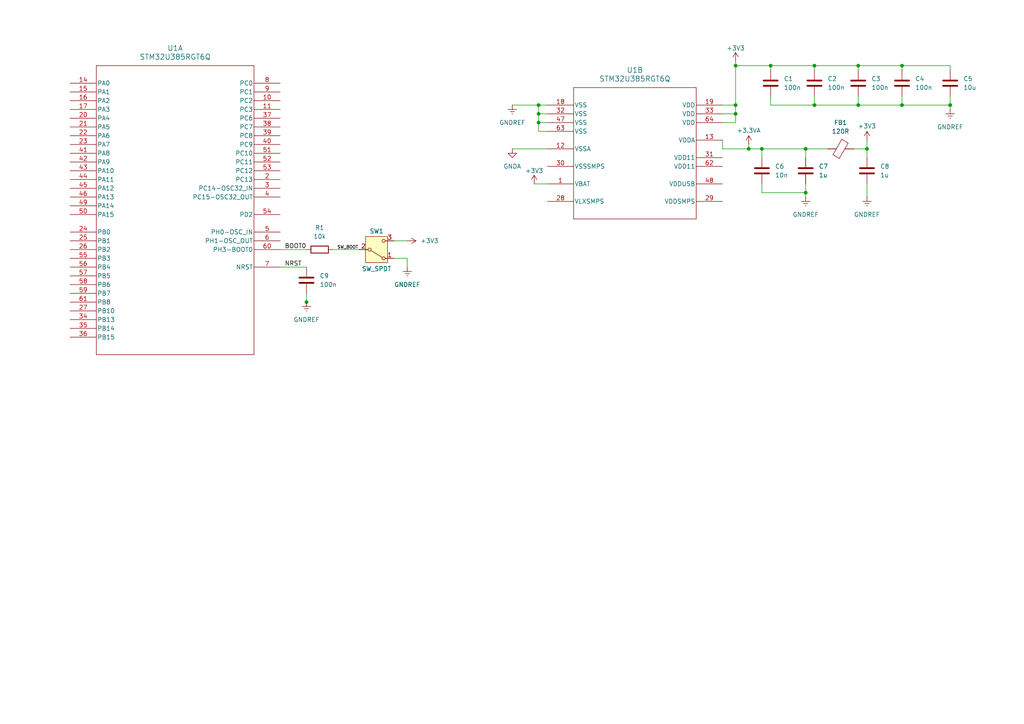
<source format=kicad_sch>
(kicad_sch (version 20250114) (generator "eeschema") (generator_version "9.0")
  (paper "A4")
  (lib_symbols
    (symbol "2026-01-21_08-27-02:STM32U385RGT6Q" (pin_names (offset 0.254))
      (property "Reference" "U" (at 30.48 10.16 0))
      (property "Value" "STM32U385RGT6Q" (at 30.48 7.62 0))
      (symbol "STM32U385RGT6Q_1_1"
        (polyline (pts (xy 7.62 5.08) (xy 7.62 -78.74)))
        (polyline (pts (xy 7.62 -78.74) (xy 53.34 -78.74)))
        (polyline (pts (xy 53.34 5.08) (xy 7.62 5.08)))
        (polyline (pts (xy 53.34 -78.74) (xy 53.34 5.08)))
        (pin bidirectional line (at 0 0 0) (length 7.62) (name "PA0") (number "14"))
        (pin bidirectional line (at 0 -2.54 0) (length 7.62) (name "PA1") (number "15"))
        (pin bidirectional line (at 0 -5.08 0) (length 7.62) (name "PA2") (number "16"))
        (pin bidirectional line (at 0 -7.62 0) (length 7.62) (name "PA3") (number "17"))
        (pin bidirectional line (at 0 -10.16 0) (length 7.62) (name "PA4") (number "20"))
        (pin bidirectional line (at 0 -12.7 0) (length 7.62) (name "PA5") (number "21"))
        (pin bidirectional line (at 0 -15.24 0) (length 7.62) (name "PA6") (number "22"))
        (pin bidirectional line (at 0 -17.78 0) (length 7.62) (name "PA7") (number "23"))
        (pin bidirectional line (at 0 -20.32 0) (length 7.62) (name "PA8") (number "41"))
        (pin bidirectional line (at 0 -22.86 0) (length 7.62) (name "PA9") (number "42"))
        (pin bidirectional line (at 0 -25.4 0) (length 7.62) (name "PA10") (number "43"))
        (pin bidirectional line (at 0 -27.94 0) (length 7.62) (name "PA11") (number "44"))
        (pin bidirectional line (at 0 -30.48 0) (length 7.62) (name "PA12") (number "45"))
        (pin bidirectional line (at 0 -33.02 0) (length 7.62) (name "PA13") (number "46"))
        (pin bidirectional line (at 0 -35.56 0) (length 7.62) (name "PA14") (number "49"))
        (pin bidirectional line (at 0 -38.1 0) (length 7.62) (name "PA15") (number "50"))
        (pin bidirectional line (at 0 -43.18 0) (length 7.62) (name "PB0") (number "24"))
        (pin bidirectional line (at 0 -45.72 0) (length 7.62) (name "PB1") (number "25"))
        (pin bidirectional line (at 0 -48.26 0) (length 7.62) (name "PB2") (number "26"))
        (pin bidirectional line (at 0 -50.8 0) (length 7.62) (name "PB3") (number "55"))
        (pin bidirectional line (at 0 -53.34 0) (length 7.62) (name "PB4") (number "56"))
        (pin bidirectional line (at 0 -55.88 0) (length 7.62) (name "PB5") (number "57"))
        (pin bidirectional line (at 0 -58.42 0) (length 7.62) (name "PB6") (number "58"))
        (pin bidirectional line (at 0 -60.96 0) (length 7.62) (name "PB7") (number "59"))
        (pin bidirectional line (at 0 -63.5 0) (length 7.62) (name "PB8") (number "61"))
        (pin bidirectional line (at 0 -66.04 0) (length 7.62) (name "PB10") (number "27"))
        (pin bidirectional line (at 0 -68.58 0) (length 7.62) (name "PB13") (number "34"))
        (pin bidirectional line (at 0 -71.12 0) (length 7.62) (name "PB14") (number "35"))
        (pin bidirectional line (at 0 -73.66 0) (length 7.62) (name "PB15") (number "36"))
        (pin bidirectional line (at 60.96 0 180) (length 7.62) (name "PC0") (number "8"))
        (pin bidirectional line (at 60.96 -2.54 180) (length 7.62) (name "PC1") (number "9"))
        (pin bidirectional line (at 60.96 -5.08 180) (length 7.62) (name "PC2") (number "10"))
        (pin bidirectional line (at 60.96 -7.62 180) (length 7.62) (name "PC3") (number "11"))
        (pin bidirectional line (at 60.96 -10.16 180) (length 7.62) (name "PC6") (number "37"))
        (pin bidirectional line (at 60.96 -12.7 180) (length 7.62) (name "PC7") (number "38"))
        (pin bidirectional line (at 60.96 -15.24 180) (length 7.62) (name "PC8") (number "39"))
        (pin bidirectional line (at 60.96 -17.78 180) (length 7.62) (name "PC9") (number "40"))
        (pin bidirectional line (at 60.96 -20.32 180) (length 7.62) (name "PC10") (number "51"))
        (pin bidirectional line (at 60.96 -22.86 180) (length 7.62) (name "PC11") (number "52"))
        (pin bidirectional line (at 60.96 -25.4 180) (length 7.62) (name "PC12") (number "53"))
        (pin bidirectional line (at 60.96 -27.94 180) (length 7.62) (name "PC13") (number "2"))
        (pin bidirectional line (at 60.96 -30.48 180) (length 7.62) (name "PC14-OSC32_IN") (number "3"))
        (pin bidirectional line (at 60.96 -33.02 180) (length 7.62) (name "PC15-OSC32_OUT") (number "4"))
        (pin bidirectional line (at 60.96 -38.1 180) (length 7.62) (name "PD2") (number "54"))
        (pin bidirectional line (at 60.96 -43.18 180) (length 7.62) (name "PH0-OSC_IN") (number "5"))
        (pin bidirectional line (at 60.96 -45.72 180) (length 7.62) (name "PH1-OSC_OUT") (number "6"))
        (pin bidirectional line (at 60.96 -48.26 180) (length 7.62) (name "PH3-BOOT0") (number "60"))
        (pin bidirectional line (at 60.96 -53.34 180) (length 7.62) (name "NRST") (number "7"))
      )
      (symbol "STM32U385RGT6Q_2_1"
        (polyline (pts (xy 7.62 5.08) (xy 7.62 -33.02)))
        (polyline (pts (xy 7.62 -33.02) (xy 43.18 -33.02)))
        (polyline (pts (xy 43.18 5.08) (xy 7.62 5.08)))
        (polyline (pts (xy 43.18 -33.02) (xy 43.18 5.08)))
        (pin power_in line (at 0 0 0) (length 7.62) (name "VSS") (number "18"))
        (pin power_in line (at 0 -2.54 0) (length 7.62) (name "VSS") (number "32"))
        (pin power_in line (at 0 -5.08 0) (length 7.62) (name "VSS") (number "47"))
        (pin power_in line (at 0 -7.62 0) (length 7.62) (name "VSS") (number "63"))
        (pin power_in line (at 0 -12.7 0) (length 7.62) (name "VSSA") (number "12"))
        (pin power_in line (at 0 -17.78 0) (length 7.62) (name "VSSSMPS") (number "30"))
        (pin power_in line (at 0 -22.86 0) (length 7.62) (name "VBAT") (number "1"))
        (pin power_in line (at 0 -27.94 0) (length 7.62) (name "VLXSMPS") (number "28"))
        (pin power_in line (at 50.8 0 180) (length 7.62) (name "VDD") (number "19"))
        (pin power_in line (at 50.8 -2.54 180) (length 7.62) (name "VDD") (number "33"))
        (pin power_in line (at 50.8 -5.08 180) (length 7.62) (name "VDD") (number "64"))
        (pin power_in line (at 50.8 -10.16 180) (length 7.62) (name "VDDA") (number "13"))
        (pin power_in line (at 50.8 -15.24 180) (length 7.62) (name "VDD11") (number "31"))
        (pin power_in line (at 50.8 -17.78 180) (length 7.62) (name "VDD11") (number "62"))
        (pin power_in line (at 50.8 -22.86 180) (length 7.62) (name "VDDUSB") (number "48"))
        (pin power_in line (at 50.8 -27.94 180) (length 7.62) (name "VDDSMPS") (number "29"))
      )
    )
    (symbol "Device:C" (pin_numbers (hide yes)) (pin_names (offset 0.254))
      (property "Reference" "C" (at 0.635 2.54 0))
      (property "Value" "C" (at 0.635 -2.54 0))
      (symbol "C_0_1"
        (polyline (pts (xy -2.032 0.762) (xy 2.032 0.762)) (stroke (width 0.508)))
        (polyline (pts (xy -2.032 -0.762) (xy 2.032 -0.762)) (stroke (width 0.508)))
      )
      (symbol "C_1_1"
        (pin passive line (at 0 3.81 270) (length 2.794) (name "~") (number "1"))
        (pin passive line (at 0 -3.81 90) (length 2.794) (name "~") (number "2"))
      )
    )
    (symbol "Device:FerriteBead" (pin_numbers (hide yes)) (pin_names (offset 0))
      (property "Reference" "FB" (at -3.81 0.635 90))
      (property "Value" "FerriteBead" (at 3.81 0 90))
      (symbol "FerriteBead_0_1"
        (polyline (pts (xy -2.7686 0.4064) (xy -1.7018 2.2606) (xy 2.7686 -0.3048) (xy 1.6764 -2.159) (xy -2.7686 0.4064)))
        (polyline (pts (xy 0 1.27) (xy 0 1.2954)))
        (polyline (pts (xy 0 -1.27) (xy 0 -1.2192)))
      )
      (symbol "FerriteBead_1_1"
        (pin passive line (at 0 3.81 270) (length 2.54) (name "~") (number "1"))
        (pin passive line (at 0 -3.81 90) (length 2.54) (name "~") (number "2"))
      )
    )
    (symbol "Device:R" (pin_numbers (hide yes)) (pin_names (offset 0))
      (property "Reference" "R" (at 2.032 0 90))
      (property "Value" "R" (at 0 0 90))
      (symbol "R_0_1"
        (rectangle (start -1.016 -2.54) (end 1.016 2.54) (stroke (width 0.254)))
      )
      (symbol "R_1_1"
        (pin passive line (at 0 3.81 270) (length 1.27) (name "~") (number "1"))
        (pin passive line (at 0 -3.81 90) (length 1.27) (name "~") (number "2"))
      )
    )
    (symbol "Switch:SW_SPDT" (pin_names (offset 0) (hide yes))
      (property "Reference" "SW" (at 0 5.08 0))
      (property "Value" "SW_SPDT" (at 0 -5.08 0))
      (symbol "SW_SPDT_0_1"
        (circle (center -2.032 0) (radius 0.4572))
        (polyline (pts (xy -1.651 0.254) (xy 1.651 2.286)))
        (circle (center 2.032 2.54) (radius 0.4572))
        (circle (center 2.032 -2.54) (radius 0.4572))
      )
      (symbol "SW_SPDT_1_1"
        (rectangle (start -3.175 3.81) (end 3.175 -3.81) (fill (type background)))
        (pin passive line (at -5.08 0 0) (length 2.54) (name "B") (number "2"))
        (pin passive line (at 5.08 2.54 180) (length 2.54) (name "A") (number "1"))
        (pin passive line (at 5.08 -2.54 180) (length 2.54) (name "C") (number "3"))
      )
    )
    (symbol "power:+3.3VA" (power) (pin_numbers (hide yes)) (pin_names (offset 0) (hide yes))
      (property "Value" "+3.3VA" (at 0 3.556 0))
      (symbol "+3.3VA_0_1"
        (polyline (pts (xy -0.762 1.27) (xy 0 2.54)))
        (polyline (pts (xy 0 2.54) (xy 0.762 1.27)))
        (polyline (pts (xy 0 0) (xy 0 2.54)))
      )
      (symbol "+3.3VA_1_1"
        (pin power_in line (at 0 0 90) (length 0) (name "~") (number "1"))
      )
    )
    (symbol "power:+3V3" (power) (pin_numbers (hide yes)) (pin_names (offset 0) (hide yes))
      (property "Value" "+3V3" (at 0 3.556 0))
      (symbol "+3V3_0_1"
        (polyline (pts (xy -0.762 1.27) (xy 0 2.54)))
        (polyline (pts (xy 0 2.54) (xy 0.762 1.27)))
        (polyline (pts (xy 0 0) (xy 0 2.54)))
      )
      (symbol "+3V3_1_1"
        (pin power_in line (at 0 0 90) (length 0) (name "~") (number "1"))
      )
    )
    (symbol "power:GNDA" (power) (pin_numbers (hide yes)) (pin_names (offset 0) (hide yes))
      (property "Value" "GNDA" (at 0 -3.81 0))
      (symbol "GNDA_0_1"
        (polyline (pts (xy 0 0) (xy 0 -1.27) (xy 1.27 -1.27) (xy 0 -2.54) (xy -1.27 -1.27) (xy 0 -1.27)))
      )
      (symbol "GNDA_1_1"
        (pin power_in line (at 0 0 270) (length 0) (name "~") (number "1"))
      )
    )
    (symbol "power:GNDREF" (power) (pin_numbers (hide yes)) (pin_names (offset 0) (hide yes))
      (property "Value" "GNDREF" (at 0 -3.81 0))
      (symbol "GNDREF_0_1"
        (polyline (pts (xy -0.635 -1.905) (xy 0.635 -1.905)))
        (polyline (pts (xy -0.127 -2.54) (xy 0.127 -2.54)))
        (polyline (pts (xy 0 -1.27) (xy 0 0)))
        (polyline (pts (xy 1.27 -1.27) (xy -1.27 -1.27)))
      )
      (symbol "GNDREF_1_1"
        (pin power_in line (at 0 0 270) (length 0) (name "~") (number "1"))
      )
    )
  )
  (junction (at 156.21 35.56))
  (junction (at 156.21 30.48))
  (junction (at 217.17 43.18))
  (junction (at 251.46 43.18))
  (junction (at 248.92 19.05))
  (junction (at 213.36 30.48))
  (junction (at 236.22 30.48))
  (junction (at 233.68 43.18))
  (junction (at 213.36 19.05))
  (junction (at 220.98 43.18))
  (junction (at 213.36 33.02))
  (junction (at 156.21 33.02))
  (junction (at 248.92 30.48))
  (junction (at 261.62 30.48))
  (junction (at 261.62 19.05))
  (junction (at 223.52 19.05))
  (junction (at 233.68 55.88))
  (junction (at 275.59 30.48))
  (junction (at 236.22 19.05))
  (junction (at 88.9 87.63))
  (wire (pts (xy 220.98 43.18) (xy 220.98 45.72)))
  (wire (pts (xy 158.75 35.56) (xy 156.21 35.56)))
  (wire (pts (xy 118.11 74.93) (xy 114.3 74.93)))
  (wire (pts (xy 236.22 19.05) (xy 236.22 20.32)))
  (wire (pts (xy 158.75 38.1) (xy 156.21 38.1)))
  (wire (pts (xy 261.62 30.48) (xy 248.92 30.48)))
  (wire (pts (xy 213.36 35.56) (xy 213.36 33.02)))
  (wire (pts (xy 156.21 33.02) (xy 156.21 30.48)))
  (wire (pts (xy 233.68 55.88) (xy 220.98 55.88)))
  (wire (pts (xy 223.52 19.05) (xy 236.22 19.05)))
  (wire (pts (xy 148.59 30.48) (xy 156.21 30.48)))
  (wire (pts (xy 261.62 19.05) (xy 261.62 20.32)))
  (wire (pts (xy 251.46 53.34) (xy 251.46 57.15)))
  (wire (pts (xy 118.11 77.47) (xy 118.11 74.93)))
  (wire (pts (xy 114.3 69.85) (xy 118.11 69.85)))
  (wire (pts (xy 248.92 27.94) (xy 248.92 30.48)))
  (wire (pts (xy 156.21 38.1) (xy 156.21 35.56)))
  (wire (pts (xy 236.22 30.48) (xy 223.52 30.48)))
  (wire (pts (xy 154.94 53.34) (xy 158.75 53.34)))
  (wire (pts (xy 261.62 27.94) (xy 261.62 30.48)))
  (wire (pts (xy 213.36 33.02) (xy 213.36 30.48)))
  (wire (pts (xy 220.98 55.88) (xy 220.98 53.34)))
  (wire (pts (xy 213.36 19.05) (xy 213.36 30.48)))
  (wire (pts (xy 156.21 35.56) (xy 156.21 33.02)))
  (wire (pts (xy 248.92 19.05) (xy 248.92 20.32)))
  (wire (pts (xy 275.59 19.05) (xy 275.59 20.32)))
  (wire (pts (xy 220.98 43.18) (xy 233.68 43.18)))
  (wire (pts (xy 209.55 30.48) (xy 213.36 30.48)))
  (wire (pts (xy 209.55 35.56) (xy 213.36 35.56)))
  (wire (pts (xy 275.59 30.48) (xy 275.59 31.75)))
  (wire (pts (xy 158.75 33.02) (xy 156.21 33.02)))
  (wire (pts (xy 248.92 30.48) (xy 236.22 30.48)))
  (wire (pts (xy 213.36 19.05) (xy 223.52 19.05)))
  (wire (pts (xy 233.68 53.34) (xy 233.68 55.88)))
  (wire (pts (xy 223.52 27.94) (xy 223.52 30.48)))
  (wire (pts (xy 209.55 43.18) (xy 209.55 40.64)))
  (wire (pts (xy 96.52 72.39) (xy 104.14 72.39)))
  (wire (pts (xy 261.62 19.05) (xy 275.59 19.05)))
  (wire (pts (xy 156.21 30.48) (xy 158.75 30.48)))
  (wire (pts (xy 275.59 30.48) (xy 261.62 30.48)))
  (wire (pts (xy 251.46 40.64) (xy 251.46 43.18)))
  (wire (pts (xy 251.46 45.72) (xy 251.46 43.18)))
  (wire (pts (xy 248.92 19.05) (xy 261.62 19.05)))
  (wire (pts (xy 236.22 19.05) (xy 248.92 19.05)))
  (wire (pts (xy 217.17 41.91) (xy 217.17 43.18)))
  (wire (pts (xy 233.68 43.18) (xy 240.03 43.18)))
  (wire (pts (xy 81.28 77.47) (xy 88.9 77.47)))
  (wire (pts (xy 233.68 43.18) (xy 233.68 45.72)))
  (wire (pts (xy 88.9 85.09) (xy 88.9 87.63)))
  (wire (pts (xy 209.55 43.18) (xy 217.17 43.18)))
  (wire (pts (xy 209.55 33.02) (xy 213.36 33.02)))
  (wire (pts (xy 233.68 55.88) (xy 233.68 57.15)))
  (wire (pts (xy 213.36 17.78) (xy 213.36 19.05)))
  (wire (pts (xy 223.52 19.05) (xy 223.52 20.32)))
  (wire (pts (xy 275.59 27.94) (xy 275.59 30.48)))
  (wire (pts (xy 236.22 27.94) (xy 236.22 30.48)))
  (wire (pts (xy 247.65 43.18) (xy 251.46 43.18)))
  (wire (pts (xy 88.9 87.63) (xy 88.9 88.9)))
  (wire (pts (xy 81.28 72.39) (xy 88.9 72.39)))
  (wire (pts (xy 148.59 43.18) (xy 158.75 43.18)))
  (wire (pts (xy 217.17 43.18) (xy 220.98 43.18)))
  (label "BOOT0" (at 82.55 72.39 0))
  (label "SW_BOOT" (at 97.79 72.39 0) (effects (font (size 0.889 0.889))))
  (label "NRST" (at 82.55 77.47 0))
  (symbol (lib_id "Device:C") (at 248.92 24.13 0) (unit 1)
    (property "Reference" "C3" (at 252.73 22.8599 0) (effects (justify left)))
    (property "Value" "100n" (at 252.73 25.3999 0) (effects (justify left)))
    (property "Description" "Unpolarized capacitor" (effects (hide yes)))
  )
  (symbol (lib_id "power:GNDREF") (at 275.59 31.75 0) (unit 1)
    (property "Reference" "#PWR04" (effects (hide yes)))
    (property "Value" "GNDREF" (at 275.59 36.83 0))
    (property "Description" "Power symbol creates a global label with name \"GNDREF\" , reference supply ground" (effects (hide yes)))
  )
  (symbol (lib_id "Device:C") (at 223.52 24.13 0) (unit 1)
    (property "Reference" "C1" (at 227.33 22.8599 0) (effects (justify left)))
    (property "Value" "100n" (at 227.33 25.3999 0) (effects (justify left)))
    (property "Description" "Unpolarized capacitor" (effects (hide yes)))
  )
  (symbol (lib_id "Device:C") (at 251.46 49.53 0) (unit 1)
    (property "Reference" "C8" (at 255.27 48.2599 0) (effects (justify left)))
    (property "Value" "1u" (at 255.27 50.7999 0) (effects (justify left)))
    (property "Description" "Unpolarized capacitor" (effects (hide yes)))
  )
  (symbol (lib_id "power:+3V3") (at 154.94 53.34 0) (unit 1)
    (property "Reference" "#PWR05" (effects (hide yes)))
    (property "Value" "+3V3" (at 154.94 49.53 0))
    (property "Description" "Power symbol creates a global label with name \"+3V3\"" (effects (hide yes)))
  )
  (symbol (lib_id "Device:C") (at 275.59 24.13 0) (unit 1)
    (property "Reference" "C5" (at 279.4 22.8599 0) (effects (justify left)))
    (property "Value" "10u" (at 279.4 25.3999 0) (effects (justify left)))
    (property "Description" "Unpolarized capacitor" (effects (hide yes)))
  )
  (symbol (lib_id "Switch:SW_SPDT") (at 109.22 72.39 0) (mirror x) (unit 1)
    (property "Reference" "SW1" (at 109.22 67.056 0))
    (property "Value" "SW_SPDT" (at 109.22 77.978 0))
    (property "Description" "Switch, single pole double throw" (effects (hide yes)))
  )
  (symbol (lib_id "Device:C") (at 261.62 24.13 0) (unit 1)
    (property "Reference" "C4" (at 265.43 22.8599 0) (effects (justify left)))
    (property "Value" "100n" (at 265.43 25.3999 0) (effects (justify left)))
    (property "Description" "Unpolarized capacitor" (effects (hide yes)))
  )
  (symbol (lib_id "power:GNDREF") (at 118.11 77.47 0) (unit 1)
    (property "Reference" "#PWR011" (effects (hide yes)))
    (property "Value" "GNDREF" (at 118.11 82.55 0))
    (property "Description" "Power symbol creates a global label with name \"GNDREF\" , reference supply ground" (effects (hide yes)))
  )
  (symbol (lib_id "power:GNDREF") (at 88.9 87.63 0) (unit 1)
    (property "Reference" "#PWR010" (effects (hide yes)))
    (property "Value" "GNDREF" (at 88.9 92.71 0))
    (property "Description" "Power symbol creates a global label with name \"GNDREF\" , reference supply ground" (effects (hide yes)))
  )
  (symbol (lib_id "Device:C") (at 88.9 81.28 0) (unit 1)
    (property "Reference" "C9" (at 92.71 80.0099 0) (effects (justify left)))
    (property "Value" "100n" (at 92.71 82.5499 0) (effects (justify left)))
    (property "Description" "Unpolarized capacitor" (effects (hide yes)))
  )
  (symbol (lib_id "power:GNDREF") (at 251.46 57.15 0) (unit 1)
    (property "Reference" "#PWR08" (effects (hide yes)))
    (property "Value" "GNDREF" (at 251.46 62.23 0))
    (property "Description" "Power symbol creates a global label with name \"GNDREF\" , reference supply ground" (effects (hide yes)))
  )
  (symbol (lib_id "power:GNDREF") (at 148.59 30.48 0) (unit 1)
    (property "Reference" "#PWR01" (effects (hide yes)))
    (property "Value" "GNDREF" (at 148.59 35.56 0))
    (property "Description" "Power symbol creates a global label with name \"GNDREF\" , reference supply ground" (effects (hide yes)))
  )
  (symbol (lib_id "power:+3V3") (at 213.36 17.78 0) (unit 1)
    (property "Reference" "#PWR03" (effects (hide yes)))
    (property "Value" "+3V3" (at 213.36 13.97 0))
    (property "Description" "Power symbol creates a global label with name \"+3V3\"" (effects (hide yes)))
  )
  (symbol (lib_id "power:+3V3") (at 118.11 69.85 270) (unit 1)
    (property "Reference" "#PWR012" (effects (hide yes)))
    (property "Value" "+3V3" (at 121.92 69.8499 90) (effects (justify left)))
    (property "Description" "Power symbol creates a global label with name \"+3V3\"" (effects (hide yes)))
  )
  (symbol (lib_id "Device:FerriteBead") (at 243.84 43.18 90) (unit 1)
    (property "Reference" "FB1" (at 243.7892 35.56 90))
    (property "Value" "120R" (at 243.7892 38.1 90))
    (property "Description" "Ferrite bead" (effects (hide yes)))
  )
  (symbol (lib_id "power:GNDA") (at 148.59 43.18 0) (unit 1)
    (property "Reference" "#PWR02" (effects (hide yes)))
    (property "Value" "GNDA" (at 148.59 48.26 0))
    (property "Description" "Power symbol creates a global label with name \"GNDA\" , analog ground" (effects (hide yes)))
  )
  (symbol (lib_id "Device:C") (at 236.22 24.13 0) (unit 1)
    (property "Reference" "C2" (at 240.03 22.8599 0) (effects (justify left)))
    (property "Value" "100n" (at 240.03 25.3999 0) (effects (justify left)))
    (property "Description" "Unpolarized capacitor" (effects (hide yes)))
  )
  (symbol (lib_id "power:+3V3") (at 251.46 40.64 0) (unit 1)
    (property "Reference" "#PWR09" (effects (hide yes)))
    (property "Value" "+3V3" (at 251.46 36.576 0))
    (property "Description" "Power symbol creates a global label with name \"+3V3\"" (effects (hide yes)))
  )
  (symbol (lib_id "Device:C") (at 220.98 49.53 0) (unit 1)
    (property "Reference" "C6" (at 224.79 48.2599 0) (effects (justify left)))
    (property "Value" "10n" (at 224.79 50.7999 0) (effects (justify left)))
    (property "Description" "Unpolarized capacitor" (effects (hide yes)))
  )
  (symbol (lib_id "Device:C") (at 233.68 49.53 0) (unit 1)
    (property "Reference" "C7" (at 237.49 48.2599 0) (effects (justify left)))
    (property "Value" "1u" (at 237.49 50.7999 0) (effects (justify left)))
    (property "Description" "Unpolarized capacitor" (effects (hide yes)))
  )
  (symbol (lib_id "2026-01-21_08-27-02:STM32U385RGT6Q") (at 20.32 24.13 0) (unit 1)
    (property "Reference" "U1" (at 50.8 13.97 0) (effects (font (size 1.524 1.524))))
    (property "Value" "STM32U385RGT6Q" (at 50.8 16.51 0) (effects (font (size 1.524 1.524))))
    (property "Footprint" "LQFP64_STM" (effects (hide yes)))
    (property "Datasheet" "https://www.st.com/resource/en/datasheet/stm32u385cg.pdf" (effects (hide yes)))
  )
  (symbol (lib_id "2026-01-21_08-27-02:STM32U385RGT6Q") (at 158.75 30.48 0) (unit 2)
    (property "Reference" "U1" (at 184.15 20.32 0) (effects (font (size 1.524 1.524))))
    (property "Value" "STM32U385RGT6Q" (at 184.15 22.86 0) (effects (font (size 1.524 1.524))))
    (property "Footprint" "LQFP64_STM" (effects (hide yes)))
    (property "Datasheet" "https://www.st.com/resource/en/datasheet/stm32u385cg.pdf" (effects (hide yes)))
  )
  (symbol (lib_id "power:GNDREF") (at 233.68 57.15 0) (unit 1)
    (property "Reference" "#PWR07" (effects (hide yes)))
    (property "Value" "GNDREF" (at 233.68 62.23 0))
    (property "Description" "Power symbol creates a global label with name \"GNDREF\" , reference supply ground" (effects (hide yes)))
  )
  (symbol (lib_id "Device:R") (at 92.71 72.39 90) (unit 1)
    (property "Reference" "R1" (at 92.71 66.04 90))
    (property "Value" "10k" (at 92.71 68.58 90))
    (property "Description" "Resistor" (effects (hide yes)))
  )
  (symbol (lib_id "power:+3.3VA") (at 217.17 41.91 0) (unit 1)
    (property "Reference" "#PWR06" (effects (hide yes)))
    (property "Value" "+3.3VA" (at 217.17 37.846 0))
    (property "Description" "Power symbol creates a global label with name \"+3.3VA\"" (effects (hide yes)))
  )
)
</source>
